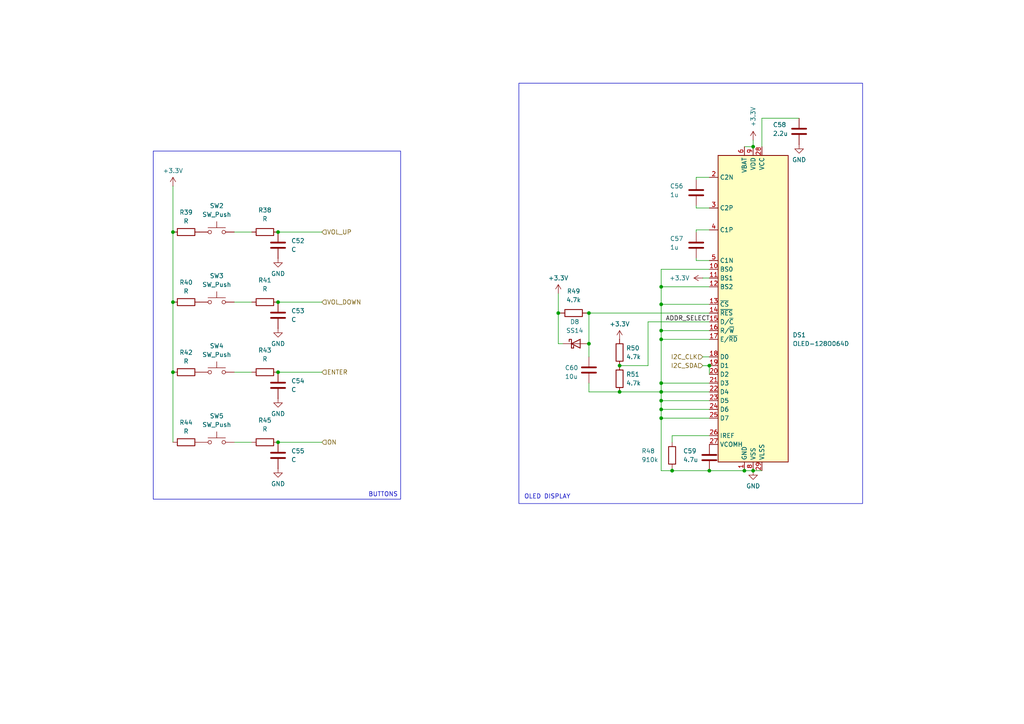
<source format=kicad_sch>
(kicad_sch (version 20231120) (generator "eeschema") (generator_version "8.0")
  (paper "A4")
  (lib_symbols
    (symbol "Device:C" (pin_numbers hide) (pin_names (offset 0.254))
      (property "Reference" "C" (at 0.635 2.54 0))
      (property "Value" "C" (at 0.635 -2.54 0))
      (symbol "C_0_1"
        (polyline (pts (xy -2.032 -0.762) (xy 2.032 -0.762)) (stroke (width 0.508)))
        (polyline (pts (xy -2.032 0.762) (xy 2.032 0.762)) (stroke (width 0.508)))
      )
      (symbol "C_1_1"
        (pin passive line (at 0 3.81 270) (length 2.794) (name "~") (number "1"))
        (pin passive line (at 0 -3.81 90) (length 2.794) (name "~") (number "2"))
      )
    )
    (symbol "Device:R" (pin_numbers hide) (pin_names (offset 0))
      (property "Reference" "R" (at 2.032 0 90))
      (property "Value" "R" (at 0 0 90))
      (symbol "R_0_1"
        (rectangle (start -1.016 -2.54) (end 1.016 2.54) (stroke (width 0.254)))
      )
      (symbol "R_1_1"
        (pin passive line (at 0 3.81 270) (length 1.27) (name "~") (number "1"))
        (pin passive line (at 0 -3.81 90) (length 1.27) (name "~") (number "2"))
      )
    )
    (symbol "Diode:SS14" (pin_numbers hide) (pin_names (offset 1.016) hide)
      (property "Reference" "D" (at 0 2.54 0))
      (property "Value" "SS14" (at 0 -2.54 0))
      (symbol "SS14_0_1"
        (polyline (pts (xy 1.27 0) (xy -1.27 0)))
        (polyline (pts (xy 1.27 1.27) (xy 1.27 -1.27) (xy -1.27 0) (xy 1.27 1.27)) (stroke (width 0.254)))
        (polyline (pts (xy -1.905 0.635) (xy -1.905 1.27) (xy -1.27 1.27) (xy -1.27 -1.27) (xy -0.635 -1.27) (xy -0.635 -0.635)) (stroke (width 0.254)))
      )
      (symbol "SS14_1_1"
        (pin passive line (at -3.81 0 0) (length 2.54) (name "K") (number "1"))
        (pin passive line (at 3.81 0 180) (length 2.54) (name "A") (number "2"))
      )
    )
    (symbol "Display_Graphic:OLED-128O064D"
      (property "Reference" "DS1" (at 11.43 1.2701 0))
      (property "Value" "OLED-128O064D" (at 11.43 -1.2699 0))
      (symbol "OLED-128O064D_0_1"
        (rectangle (start -10.16 53.34) (end 10.16 -35.56) (stroke (width 0.254)) (fill (type background)))
      )
      (symbol "OLED-128O064D_1_1"
        (pin power_in line (at -2.54 -38.1 90) (length 2.54) (name "GND") (number "1"))
        (pin input line (at -12.7 20.32 0) (length 2.54) (name "BS0") (number "10"))
        (pin input line (at -12.7 17.78 0) (length 2.54) (name "BS1") (number "11"))
        (pin input line (at -12.7 15.24 0) (length 2.54) (name "BS2") (number "12"))
        (pin input line (at -12.7 10.16 0) (length 2.54) (name "~{CS}") (number "13"))
        (pin input line (at -12.7 7.62 0) (length 2.54) (name "~{RES}") (number "14"))
        (pin input line (at -12.7 5.08 0) (length 2.54) (name "D/~{C}") (number "15"))
        (pin input line (at -12.7 2.54 0) (length 2.54) (name "R/~{W}") (number "16"))
        (pin input line (at -12.7 0 0) (length 2.54) (name "E/~{RD}") (number "17"))
        (pin bidirectional line (at -12.7 -5.08 0) (length 2.54) (name "D0") (number "18"))
        (pin bidirectional line (at -12.7 -7.62 0) (length 2.54) (name "D1") (number "19"))
        (pin passive line (at -12.7 46.99 0) (length 2.54) (name "C2N") (number "2"))
        (pin bidirectional line (at -12.7 -10.16 0) (length 2.54) (name "D2") (number "20"))
        (pin bidirectional line (at -12.7 -12.7 0) (length 2.54) (name "D3") (number "21"))
        (pin bidirectional line (at -12.7 -15.24 0) (length 2.54) (name "D4") (number "22"))
        (pin bidirectional line (at -12.7 -17.78 0) (length 2.54) (name "D5") (number "23"))
        (pin bidirectional line (at -12.7 -20.32 0) (length 2.54) (name "D6") (number "24"))
        (pin bidirectional line (at -12.7 -22.86 0) (length 2.54) (name "D7") (number "25"))
        (pin passive line (at -12.7 -27.94 0) (length 2.54) (name "IREF") (number "26"))
        (pin passive line (at -12.7 -30.48 0) (length 2.54) (name "VCOMH") (number "27"))
        (pin power_in line (at 2.54 55.88 270) (length 2.54) (name "VCC") (number "28"))
        (pin power_in line (at 2.54 -38.1 90) (length 2.54) (name "VLSS") (number "29"))
        (pin passive line (at -12.7 38.1 0) (length 2.54) (name "C2P") (number "3"))
        (pin passive line (at -2.54 -38.1 90) (length 2.54) hide (name "GND") (number "30"))
        (pin passive line (at -12.7 31.75 0) (length 2.54) (name "C1P") (number "4"))
        (pin passive line (at -12.7 22.86 0) (length 2.54) (name "C1N") (number "5"))
        (pin power_in line (at -2.54 55.88 270) (length 2.54) (name "VBAT") (number "6"))
        (pin no_connect line (at 10.16 0 180) (length 2.54) hide (name "NC") (number "7"))
        (pin power_in line (at 0 -38.1 90) (length 2.54) (name "VSS") (number "8"))
        (pin power_in line (at 0 55.88 270) (length 2.54) (name "VDD") (number "9"))
      )
    )
    (symbol "Switch:SW_Push" (pin_numbers hide) (pin_names (offset 1.016) hide)
      (property "Reference" "SW" (at 1.27 2.54 0))
      (property "Value" "SW_Push" (at 0 -1.524 0))
      (symbol "SW_Push_0_1"
        (circle (center -2.032 0) (radius 0.508))
        (polyline (pts (xy 0 1.27) (xy 0 3.048)))
        (polyline (pts (xy 2.54 1.27) (xy -2.54 1.27)))
        (circle (center 2.032 0) (radius 0.508))
        (pin passive line (at -5.08 0 0) (length 2.54) (name "1") (number "1"))
        (pin passive line (at 5.08 0 180) (length 2.54) (name "2") (number "2"))
      )
    )
    (symbol "power:+3.3V" (power) (pin_numbers hide) (pin_names (offset 0) hide)
      (property "Value" "+3.3V" (at 0 3.556 0))
      (symbol "+3.3V_0_1"
        (polyline (pts (xy -0.762 1.27) (xy 0 2.54)))
        (polyline (pts (xy 0 0) (xy 0 2.54)))
        (polyline (pts (xy 0 2.54) (xy 0.762 1.27)))
      )
      (symbol "+3.3V_1_1"
        (pin power_in line (at 0 0 90) (length 0) (name "~") (number "1"))
      )
    )
    (symbol "power:GND" (power) (pin_numbers hide) (pin_names (offset 0) hide)
      (property "Value" "GND" (at 0 -3.81 0))
      (symbol "GND_0_1"
        (polyline (pts (xy 0 0) (xy 0 -1.27) (xy 1.27 -1.27) (xy 0 -2.54) (xy -1.27 -1.27) (xy 0 -1.27)))
      )
      (symbol "GND_1_1"
        (pin power_in line (at 0 0 270) (length 0) (name "~") (number "1"))
      )
    )
  )
  (junction (at 218.44 42.545))
  (junction (at 191.77 95.885))
  (junction (at 170.815 99.695))
  (junction (at 205.74 106.045))
  (junction (at 194.945 136.525))
  (junction (at 191.77 83.185))
  (junction (at 191.77 113.665))
  (junction (at 218.44 136.525))
  (junction (at 161.925 90.805))
  (junction (at 191.77 116.205))
  (junction (at 191.77 88.265))
  (junction (at 170.815 90.805))
  (junction (at 191.77 111.125))
  (junction (at 50.165 67.31))
  (junction (at 80.645 128.27))
  (junction (at 80.645 87.63))
  (junction (at 50.165 87.63))
  (junction (at 215.9 136.525))
  (junction (at 80.645 67.31))
  (junction (at 179.705 113.665))
  (junction (at 179.705 106.045))
  (junction (at 80.645 107.95))
  (junction (at 50.165 107.95))
  (junction (at 191.77 98.425))
  (junction (at 205.74 136.525))
  (junction (at 191.77 118.745))
  (junction (at 191.77 121.285))
  (wire (pts (xy 201.93 59.69) (xy 201.93 60.325)))
  (wire (pts (xy 179.705 106.045) (xy 187.96 106.045)))
  (wire (pts (xy 191.77 111.125) (xy 205.74 111.125)))
  (wire (pts (xy 191.77 95.885) (xy 191.77 98.425)))
  (wire (pts (xy 215.9 136.525) (xy 218.44 136.525)))
  (wire (pts (xy 203.835 80.645) (xy 205.74 80.645)))
  (wire (pts (xy 191.77 118.745) (xy 191.77 121.285)))
  (wire (pts (xy 191.77 116.205) (xy 205.74 116.205)))
  (wire (pts (xy 191.77 121.285) (xy 191.77 136.525)))
  (wire (pts (xy 205.74 66.675) (xy 201.93 66.675)))
  (wire (pts (xy 73.025 87.63) (xy 67.945 87.63)))
  (wire (pts (xy 161.925 85.09) (xy 161.925 90.805)))
  (wire (pts (xy 50.165 67.31) (xy 50.165 87.63)))
  (wire (pts (xy 80.645 128.27) (xy 93.345 128.27)))
  (wire (pts (xy 161.925 99.695) (xy 163.195 99.695)))
  (wire (pts (xy 194.945 136.525) (xy 205.74 136.525)))
  (wire (pts (xy 170.815 113.665) (xy 179.705 113.665)))
  (wire (pts (xy 191.77 118.745) (xy 205.74 118.745)))
  (wire (pts (xy 170.18 90.805) (xy 170.815 90.805)))
  (wire (pts (xy 201.93 51.435) (xy 201.93 52.07)))
  (wire (pts (xy 203.835 103.505) (xy 205.74 103.505)))
  (wire (pts (xy 220.98 34.29) (xy 231.775 34.29)))
  (wire (pts (xy 201.93 74.93) (xy 201.93 75.565)))
  (wire (pts (xy 161.925 90.805) (xy 161.925 99.695)))
  (wire (pts (xy 205.74 51.435) (xy 201.93 51.435)))
  (wire (pts (xy 191.77 121.285) (xy 205.74 121.285)))
  (wire (pts (xy 191.77 95.885) (xy 205.74 95.885)))
  (wire (pts (xy 191.77 113.665) (xy 205.74 113.665)))
  (wire (pts (xy 170.815 99.695) (xy 170.815 103.505)))
  (wire (pts (xy 191.77 111.125) (xy 191.77 113.665)))
  (wire (pts (xy 191.77 88.265) (xy 191.77 95.885)))
  (wire (pts (xy 50.165 107.95) (xy 50.165 128.27)))
  (wire (pts (xy 205.74 78.105) (xy 191.77 78.105)))
  (wire (pts (xy 170.815 111.125) (xy 170.815 113.665)))
  (wire (pts (xy 50.165 87.63) (xy 50.165 107.95)))
  (wire (pts (xy 205.74 106.045) (xy 205.74 108.585)))
  (wire (pts (xy 218.44 40.64) (xy 218.44 42.545)))
  (wire (pts (xy 191.77 83.185) (xy 191.77 88.265)))
  (wire (pts (xy 73.025 107.95) (xy 67.945 107.95)))
  (wire (pts (xy 201.93 66.675) (xy 201.93 67.31)))
  (wire (pts (xy 203.835 106.045) (xy 205.74 106.045)))
  (wire (pts (xy 194.945 126.365) (xy 205.74 126.365)))
  (wire (pts (xy 191.77 83.185) (xy 205.74 83.185)))
  (wire (pts (xy 80.645 107.95) (xy 93.345 107.95)))
  (wire (pts (xy 187.96 93.345) (xy 205.74 93.345)))
  (wire (pts (xy 191.77 88.265) (xy 205.74 88.265)))
  (wire (pts (xy 201.93 75.565) (xy 205.74 75.565)))
  (wire (pts (xy 162.56 90.805) (xy 161.925 90.805)))
  (wire (pts (xy 215.9 42.545) (xy 218.44 42.545)))
  (wire (pts (xy 205.74 136.525) (xy 215.9 136.525)))
  (wire (pts (xy 191.77 136.525) (xy 194.945 136.525)))
  (wire (pts (xy 170.815 90.805) (xy 205.74 90.805)))
  (wire (pts (xy 201.93 60.325) (xy 205.74 60.325)))
  (wire (pts (xy 73.025 128.27) (xy 67.945 128.27)))
  (wire (pts (xy 50.165 53.975) (xy 50.165 67.31)))
  (wire (pts (xy 191.77 116.205) (xy 191.77 118.745)))
  (wire (pts (xy 191.77 78.105) (xy 191.77 83.185)))
  (wire (pts (xy 191.77 113.665) (xy 191.77 116.205)))
  (wire (pts (xy 194.945 128.27) (xy 194.945 126.365)))
  (wire (pts (xy 220.98 42.545) (xy 220.98 34.29)))
  (wire (pts (xy 194.945 135.89) (xy 194.945 136.525)))
  (wire (pts (xy 80.645 67.31) (xy 93.345 67.31)))
  (wire (pts (xy 179.705 113.665) (xy 191.77 113.665)))
  (wire (pts (xy 218.44 136.525) (xy 220.98 136.525)))
  (wire (pts (xy 170.815 90.805) (xy 170.815 99.695)))
  (wire (pts (xy 191.77 98.425) (xy 191.77 111.125)))
  (wire (pts (xy 187.96 93.345) (xy 187.96 106.045)))
  (wire (pts (xy 73.025 67.31) (xy 67.945 67.31)))
  (wire (pts (xy 80.645 87.63) (xy 93.345 87.63)))
  (wire (pts (xy 191.77 98.425) (xy 205.74 98.425)))
  (rectangle (start 44.45 43.815) (end 116.205 144.78))
  (rectangle (start 150.495 24.13) (end 250.19 146.05))
  (text "BUTTONS" (at 111.125 143.51 0) (effects (font (size 1.27 1.27))))
  (text "OLED DISPLAY\n" (at 158.75 144.145 0) (effects (font (size 1.27 1.27))))
  (label "ADDR_SELECT" (at 193.04 93.345 0))
  (hierarchical_label "VOL_DOWN" (shape input) (at 93.345 87.63 0))
  (hierarchical_label "ON" (shape input) (at 93.345 128.27 0))
  (hierarchical_label "I2C_CLK" (shape input) (at 203.835 103.505 180))
  (hierarchical_label "I2C_SDA" (shape input) (at 203.835 106.045 180))
  (hierarchical_label "ENTER" (shape input) (at 93.345 107.95 0))
  (hierarchical_label "VOL_UP" (shape input) (at 93.345 67.31 0))
  (symbol (lib_id "Device:R") (at 53.975 67.31 270) (unit 1)
    (property "Reference" "R39" (at 53.975 61.595 90))
    (property "Value" "R" (at 53.975 64.135 90))
    (property "Description" "Resistor" (effects (hide yes)))
  )
  (symbol (lib_id "power:+3.3V") (at 218.44 40.64 0) (unit 1)
    (property "Reference" "#PWR0109" (effects (hide yes)))
    (property "Value" "+3.3V" (at 218.4401 36.83 90) (effects (justify left)))
    (property "Description" "Power symbol creates a global label with name \"+3.3V\"" (effects (hide yes)))
  )
  (symbol (lib_id "Device:C") (at 80.645 111.76 0) (unit 1)
    (property "Reference" "C54" (at 84.455 110.4899 0) (effects (justify left)))
    (property "Value" "C" (at 84.455 113.0299 0) (effects (justify left)))
    (property "Description" "Unpolarized capacitor" (effects (hide yes)))
  )
  (symbol (lib_id "Display_Graphic:OLED-128O064D") (at 218.44 98.425 0) (unit 1)
    (property "Reference" "DS1" (at 229.87 97.1549 0) (effects (justify left)))
    (property "Value" "OLED-128O064D" (at 229.87 99.6949 0) (effects (justify left)))
    (property "Footprint" "Display:OLED-128O064D" (effects (hide yes)))
    (property "Datasheet" "https://www.vishay.com/docs/37902/oled128o064dbpp3n00000.pdf" (effects (hide yes)))
    (property "Description" "OLED display 128x64" (effects (hide yes)))
  )
  (symbol (lib_id "power:+3.3V") (at 161.925 85.09 0) (unit 1)
    (property "Reference" "#PWR0111" (effects (hide yes)))
    (property "Value" "+3.3V" (at 161.925 80.645 0))
    (property "Description" "Power symbol creates a global label with name \"+3.3V\"" (effects (hide yes)))
  )
  (symbol (lib_id "Device:C") (at 201.93 71.12 0) (unit 1)
    (property "Reference" "C57" (at 194.31 69.215 0) (effects (justify left)))
    (property "Value" "1u" (at 194.31 71.755 0) (effects (justify left)))
    (property "Description" "Unpolarized capacitor" (effects (hide yes)))
  )
  (symbol (lib_id "Device:C") (at 231.775 38.1 0) (unit 1)
    (property "Reference" "C58" (at 224.155 36.195 0) (effects (justify left)))
    (property "Value" "2.2u" (at 224.155 38.735 0) (effects (justify left)))
    (property "Description" "Unpolarized capacitor" (effects (hide yes)))
  )
  (symbol (lib_id "power:+3.3V") (at 203.835 80.645 90) (unit 1)
    (property "Reference" "#PWR0108" (effects (hide yes)))
    (property "Value" "+3.3V" (at 200.025 80.6449 90) (effects (justify left)))
    (property "Description" "Power symbol creates a global label with name \"+3.3V\"" (effects (hide yes)))
  )
  (symbol (lib_id "Diode:SS14") (at 167.005 99.695 0) (unit 1)
    (property "Reference" "D8" (at 166.6875 93.345 0))
    (property "Value" "SS14" (at 166.6875 95.885 0))
    (property "Footprint" "Diode_SMD:D_SMA" (effects (hide yes)))
    (property "Datasheet" "https://www.vishay.com/docs/88746/ss12.pdf" (effects (hide yes)))
    (property "Description" "40V 1A Schottky Diode, SMA" (effects (hide yes)))
  )
  (symbol (lib_id "Device:C") (at 80.645 71.12 0) (unit 1)
    (property "Reference" "C52" (at 84.455 69.8499 0) (effects (justify left)))
    (property "Value" "C" (at 84.455 72.3899 0) (effects (justify left)))
    (property "Description" "Unpolarized capacitor" (effects (hide yes)))
  )
  (symbol (lib_id "Device:R") (at 76.835 87.63 90) (unit 1)
    (property "Reference" "R41" (at 76.835 81.28 90))
    (property "Value" "R" (at 76.835 83.82 90))
    (property "Description" "Resistor" (effects (hide yes)))
  )
  (symbol (lib_id "Device:C") (at 205.74 132.715 0) (unit 1)
    (property "Reference" "C59" (at 198.12 130.81 0) (effects (justify left)))
    (property "Value" "4.7u" (at 198.12 133.35 0) (effects (justify left)))
    (property "Description" "Unpolarized capacitor" (effects (hide yes)))
  )
  (symbol (lib_id "power:+3.3V") (at 50.165 53.975 0) (unit 1)
    (property "Reference" "#PWR0104" (effects (hide yes)))
    (property "Value" "+3.3V" (at 50.165 49.53 0))
    (property "Description" "Power symbol creates a global label with name \"+3.3V\"" (effects (hide yes)))
  )
  (symbol (lib_id "Switch:SW_Push") (at 62.865 128.27 0) (unit 1)
    (property "Reference" "SW5" (at 62.865 120.65 0))
    (property "Value" "SW_Push" (at 62.865 123.19 0))
    (property "Description" "Push button switch, generic, two pins" (effects (hide yes)))
  )
  (symbol (lib_id "power:GND") (at 80.645 115.57 0) (unit 1)
    (property "Reference" "#PWR0102" (effects (hide yes)))
    (property "Value" "GND" (at 80.645 120.015 0))
    (property "Description" "Power symbol creates a global label with name \"GND\" , ground" (effects (hide yes)))
  )
  (symbol (lib_id "Device:C") (at 170.815 107.315 0) (unit 1)
    (property "Reference" "C60" (at 163.83 106.68 0) (effects (justify left)))
    (property "Value" "10u" (at 163.83 109.22 0) (effects (justify left)))
    (property "Description" "Unpolarized capacitor" (effects (hide yes)))
  )
  (symbol (lib_id "Device:R") (at 76.835 67.31 90) (unit 1)
    (property "Reference" "R38" (at 76.835 60.96 90))
    (property "Value" "R" (at 76.835 63.5 90))
    (property "Description" "Resistor" (effects (hide yes)))
  )
  (symbol (lib_id "power:+3.3V") (at 179.705 98.425 0) (unit 1)
    (property "Reference" "#PWR0112" (effects (hide yes)))
    (property "Value" "+3.3V" (at 179.705 93.98 0))
    (property "Description" "Power symbol creates a global label with name \"+3.3V\"" (effects (hide yes)))
  )
  (symbol (lib_id "Device:R") (at 194.945 132.08 180) (unit 1)
    (property "Reference" "R48" (at 186.055 130.81 0) (effects (justify right)))
    (property "Value" "910k" (at 186.055 133.35 0) (effects (justify right)))
    (property "Description" "Resistor" (effects (hide yes)))
  )
  (symbol (lib_id "Switch:SW_Push") (at 62.865 67.31 0) (unit 1)
    (property "Reference" "SW2" (at 62.865 59.69 0))
    (property "Value" "SW_Push" (at 62.865 62.23 0))
    (property "Description" "Push button switch, generic, two pins" (effects (hide yes)))
  )
  (symbol (lib_id "Device:R") (at 53.975 87.63 270) (unit 1)
    (property "Reference" "R40" (at 53.975 81.915 90))
    (property "Value" "R" (at 53.975 84.455 90))
    (property "Description" "Resistor" (effects (hide yes)))
  )
  (symbol (lib_id "Device:R") (at 53.975 107.95 270) (unit 1)
    (property "Reference" "R42" (at 53.975 102.235 90))
    (property "Value" "R" (at 53.975 104.775 90))
    (property "Description" "Resistor" (effects (hide yes)))
  )
  (symbol (lib_id "Device:R") (at 166.37 90.805 90) (unit 1)
    (property "Reference" "R49" (at 166.37 84.455 90))
    (property "Value" "4.7k" (at 166.37 86.995 90))
    (property "Description" "Resistor" (effects (hide yes)))
  )
  (symbol (lib_id "power:GND") (at 231.775 41.91 0) (unit 1)
    (property "Reference" "#PWR0110" (effects (hide yes)))
    (property "Value" "GND" (at 231.775 46.355 0))
    (property "Description" "Power symbol creates a global label with name \"GND\" , ground" (effects (hide yes)))
  )
  (symbol (lib_id "Device:R") (at 179.705 102.235 180) (unit 1)
    (property "Reference" "R50" (at 181.61 100.9649 0) (effects (justify right)))
    (property "Value" "4.7k" (at 181.61 103.5049 0) (effects (justify right)))
    (property "Description" "Resistor" (effects (hide yes)))
  )
  (symbol (lib_id "power:GND") (at 80.645 135.89 0) (unit 1)
    (property "Reference" "#PWR0103" (effects (hide yes)))
    (property "Value" "GND" (at 80.645 140.335 0))
    (property "Description" "Power symbol creates a global label with name \"GND\" , ground" (effects (hide yes)))
  )
  (symbol (lib_id "Device:R") (at 76.835 107.95 90) (unit 1)
    (property "Reference" "R43" (at 76.835 101.6 90))
    (property "Value" "R" (at 76.835 104.14 90))
    (property "Description" "Resistor" (effects (hide yes)))
  )
  (symbol (lib_id "Switch:SW_Push") (at 62.865 87.63 0) (unit 1)
    (property "Reference" "SW3" (at 62.865 80.01 0))
    (property "Value" "SW_Push" (at 62.865 82.55 0))
    (property "Description" "Push button switch, generic, two pins" (effects (hide yes)))
  )
  (symbol (lib_id "Device:C") (at 201.93 55.88 0) (unit 1)
    (property "Reference" "C56" (at 194.31 53.975 0) (effects (justify left)))
    (property "Value" "1u" (at 194.31 56.515 0) (effects (justify left)))
    (property "Description" "Unpolarized capacitor" (effects (hide yes)))
  )
  (symbol (lib_id "Device:R") (at 53.975 128.27 270) (unit 1)
    (property "Reference" "R44" (at 53.975 122.555 90))
    (property "Value" "R" (at 53.975 125.095 90))
    (property "Description" "Resistor" (effects (hide yes)))
  )
  (symbol (lib_id "Device:C") (at 80.645 132.08 0) (unit 1)
    (property "Reference" "C55" (at 84.455 130.8099 0) (effects (justify left)))
    (property "Value" "C" (at 84.455 133.3499 0) (effects (justify left)))
    (property "Description" "Unpolarized capacitor" (effects (hide yes)))
  )
  (symbol (lib_id "Device:R") (at 179.705 109.855 180) (unit 1)
    (property "Reference" "R51" (at 181.61 108.5849 0) (effects (justify right)))
    (property "Value" "4.7k" (at 181.61 111.1249 0) (effects (justify right)))
    (property "Description" "Resistor" (effects (hide yes)))
  )
  (symbol (lib_id "Device:C") (at 80.645 91.44 0) (unit 1)
    (property "Reference" "C53" (at 84.455 90.1699 0) (effects (justify left)))
    (property "Value" "C" (at 84.455 92.7099 0) (effects (justify left)))
    (property "Description" "Unpolarized capacitor" (effects (hide yes)))
  )
  (symbol (lib_id "power:GND") (at 218.44 136.525 0) (unit 1)
    (property "Reference" "#PWR0107" (effects (hide yes)))
    (property "Value" "GND" (at 218.44 140.97 0))
    (property "Description" "Power symbol creates a global label with name \"GND\" , ground" (effects (hide yes)))
  )
  (symbol (lib_id "Switch:SW_Push") (at 62.865 107.95 0) (unit 1)
    (property "Reference" "SW4" (at 62.865 100.33 0))
    (property "Value" "SW_Push" (at 62.865 102.87 0))
    (property "Description" "Push button switch, generic, two pins" (effects (hide yes)))
  )
  (symbol (lib_id "Device:R") (at 76.835 128.27 90) (unit 1)
    (property "Reference" "R45" (at 76.835 121.92 90))
    (property "Value" "R" (at 76.835 124.46 90))
    (property "Description" "Resistor" (effects (hide yes)))
  )
  (symbol (lib_id "power:GND") (at 80.645 95.25 0) (unit 1)
    (property "Reference" "#PWR0101" (effects (hide yes)))
    (property "Value" "GND" (at 80.645 99.695 0))
    (property "Description" "Power symbol creates a global label with name \"GND\" , ground" (effects (hide yes)))
  )
  (symbol (lib_id "power:GND") (at 80.645 74.93 0) (unit 1)
    (property "Reference" "#PWR0100" (effects (hide yes)))
    (property "Value" "GND" (at 80.645 79.375 0))
    (property "Description" "Power symbol creates a global label with name \"GND\" , ground" (effects (hide yes)))
  )
)
</source>
